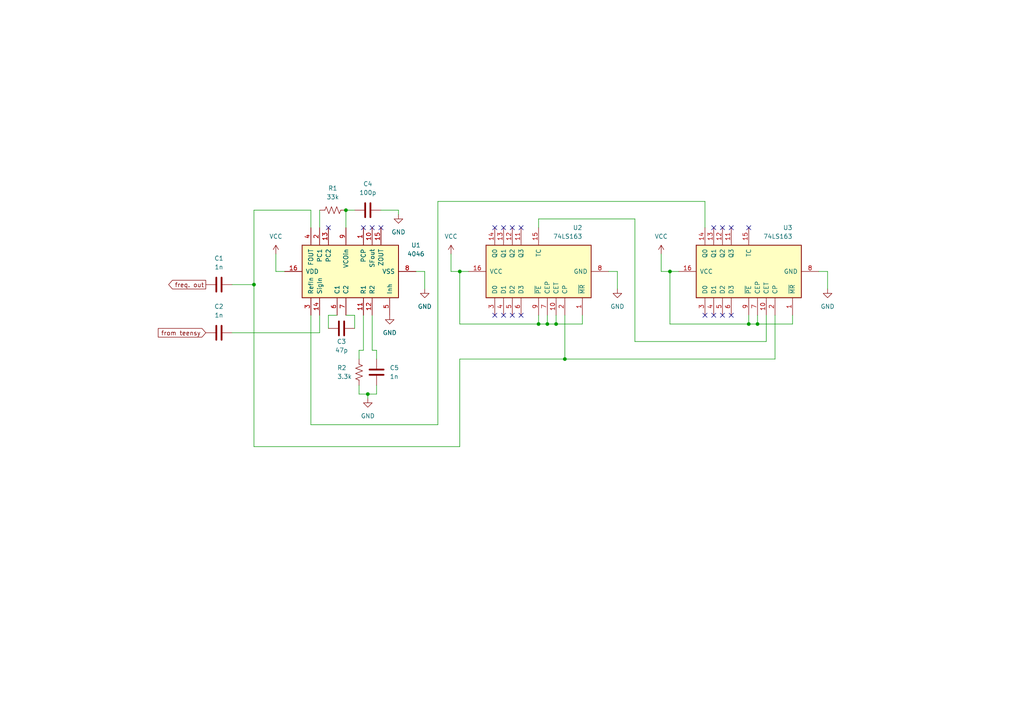
<source format=kicad_sch>
(kicad_sch (version 20211123) (generator eeschema)
  (paper "A4")
  (lib_symbols
    (symbol "4xxx:4046" (pin_names (offset 1.016))
      (property "Reference" "U" (at -7.62 13.97 0))
      (property "Value" "4046" (at -7.62 -16.51 0))
      (symbol "4046_1_0"
        (pin output line (at 12.7 -5.08 180) (length 5.08) (name "PCP") (number "1"))
        (pin output line (at 12.7 -7.62 180) (length 5.08) (name "SFout") (number "10"))
        (pin input line (at -12.7 -5.08 0) (length 5.08) (name "R1") (number "11"))
        (pin input line (at -12.7 -7.62 0) (length 5.08) (name "R2") (number "12"))
        (pin tri_state line (at 12.7 5.08 180) (length 5.08) (name "PC2") (number "13"))
        (pin input line (at -12.7 7.62 0) (length 5.08) (name "SigIn") (number "14"))
        (pin output line (at 12.7 -10.16 180) (length 5.08) (name "ZOUT") (number "15"))
        (pin power_in line (at 0 17.78 270) (length 5.08) (name "VDD") (number "16"))
        (pin output line (at 12.7 7.62 180) (length 5.08) (name "PC1") (number "2"))
        (pin input line (at -12.7 10.16 0) (length 5.08) (name "RefIn") (number "3"))
        (pin input line (at 12.7 10.16 180) (length 5.08) (name "FOUT") (number "4"))
        (pin input line (at -12.7 -12.7 0) (length 5.08) (name "Inh") (number "5"))
        (pin input line (at -12.7 2.54 0) (length 5.08) (name "C1") (number "6"))
        (pin input line (at -12.7 0 0) (length 5.08) (name "C2") (number "7"))
        (pin power_in line (at 0 -20.32 90) (length 5.08) (name "VSS") (number "8"))
        (pin input line (at 12.7 0 180) (length 5.08) (name "VCOin") (number "9"))
      )
      (symbol "4046_1_1"
        (rectangle (start -7.62 12.7) (end 7.62 -15.24) (stroke (width 0.254)) (fill (type background)))
      )
    )
    (symbol "74xx:74LS163" (pin_names (offset 1.016))
      (property "Reference" "U" (at -7.62 16.51 0))
      (property "Value" "74LS163" (at -7.62 -16.51 0))
      (symbol "74LS163_1_0"
        (pin input line (at -12.7 -12.7 0) (length 5.08) (name "~{MR}") (number "1"))
        (pin input line (at -12.7 -5.08 0) (length 5.08) (name "CET") (number "10"))
        (pin output line (at 12.7 5.08 180) (length 5.08) (name "Q3") (number "11"))
        (pin output line (at 12.7 7.62 180) (length 5.08) (name "Q2") (number "12"))
        (pin output line (at 12.7 10.16 180) (length 5.08) (name "Q1") (number "13"))
        (pin output line (at 12.7 12.7 180) (length 5.08) (name "Q0") (number "14"))
        (pin output line (at 12.7 0 180) (length 5.08) (name "TC") (number "15"))
        (pin power_in line (at 0 20.32 270) (length 5.08) (name "VCC") (number "16"))
        (pin input line (at -12.7 -7.62 0) (length 5.08) (name "CP") (number "2"))
        (pin input line (at -12.7 12.7 0) (length 5.08) (name "D0") (number "3"))
        (pin input line (at -12.7 10.16 0) (length 5.08) (name "D1") (number "4"))
        (pin input line (at -12.7 7.62 0) (length 5.08) (name "D2") (number "5"))
        (pin input line (at -12.7 5.08 0) (length 5.08) (name "D3") (number "6"))
        (pin input line (at -12.7 -2.54 0) (length 5.08) (name "CEP") (number "7"))
        (pin power_in line (at 0 -20.32 90) (length 5.08) (name "GND") (number "8"))
        (pin input line (at -12.7 0 0) (length 5.08) (name "~{PE}") (number "9"))
      )
      (symbol "74LS163_1_1"
        (rectangle (start -7.62 15.24) (end 7.62 -15.24) (stroke (width 0.254)) (fill (type background)))
      )
    )
    (symbol "Device:C" (pin_numbers hide) (pin_names (offset 0.254))
      (property "Reference" "C" (at 0.635 2.54 0))
      (property "Value" "C" (at 0.635 -2.54 0))
      (symbol "C_0_1"
        (polyline (pts (xy -2.032 -0.762) (xy 2.032 -0.762)) (stroke (width 0.508)))
        (polyline (pts (xy -2.032 0.762) (xy 2.032 0.762)) (stroke (width 0.508)))
      )
      (symbol "C_1_1"
        (pin passive line (at 0 3.81 270) (length 2.794) (name "~") (number "1"))
        (pin passive line (at 0 -3.81 90) (length 2.794) (name "~") (number "2"))
      )
    )
    (symbol "Device:R_US" (pin_numbers hide) (pin_names (offset 0))
      (property "Reference" "R" (at 2.54 0 90))
      (property "Value" "R_US" (at -2.54 0 90))
      (symbol "R_US_0_1"
        (polyline (pts (xy 0 -2.286) (xy 0 -2.54)))
        (polyline (pts (xy 0 2.286) (xy 0 2.54)))
        (polyline (pts (xy 0 -0.762) (xy 1.016 -1.143) (xy 0 -1.524) (xy -1.016 -1.905) (xy 0 -2.286)))
        (polyline (pts (xy 0 0.762) (xy 1.016 0.381) (xy 0 0) (xy -1.016 -0.381) (xy 0 -0.762)))
        (polyline (pts (xy 0 2.286) (xy 1.016 1.905) (xy 0 1.524) (xy -1.016 1.143) (xy 0 0.762)))
      )
      (symbol "R_US_1_1"
        (pin passive line (at 0 3.81 270) (length 1.27) (name "~") (number "1"))
        (pin passive line (at 0 -3.81 90) (length 1.27) (name "~") (number "2"))
      )
    )
    (symbol "power:GND" (power) (pin_names (offset 0))
      (property "Value" "GND" (at 0 -3.81 0))
      (symbol "GND_0_1"
        (polyline (pts (xy 0 0) (xy 0 -1.27) (xy 1.27 -1.27) (xy 0 -2.54) (xy -1.27 -1.27) (xy 0 -1.27)))
      )
      (symbol "GND_1_1"
        (pin power_in line (at 0 0 270) (length 0) hide (name "GND") (number "1"))
      )
    )
    (symbol "power:VCC" (power) (pin_names (offset 0))
      (property "Value" "VCC" (at 0 3.81 0))
      (symbol "VCC_0_1"
        (polyline (pts (xy -0.762 1.27) (xy 0 2.54)))
        (polyline (pts (xy 0 0) (xy 0 2.54)))
        (polyline (pts (xy 0 2.54) (xy 0.762 1.27)))
      )
      (symbol "VCC_1_1"
        (pin power_in line (at 0 0 90) (length 0) hide (name "VCC") (number "1"))
      )
    )
  )
  (junction (at 161.29 93.98))
  (junction (at 100.33 60.96))
  (junction (at 158.75 93.98))
  (junction (at 219.71 93.98))
  (junction (at 73.66 82.55))
  (junction (at 106.68 114.3))
  (junction (at 156.21 93.98))
  (junction (at 217.17 93.98))
  (junction (at 163.83 104.14))
  (junction (at 133.35 78.74))
  (junction (at 194.31 78.74))
  (no_connect (at 204.47 91.44))
  (no_connect (at 148.59 66.04))
  (no_connect (at 209.55 91.44))
  (no_connect (at 146.05 66.04))
  (no_connect (at 212.09 91.44))
  (no_connect (at 217.17 66.04))
  (no_connect (at 207.01 66.04))
  (no_connect (at 212.09 66.04))
  (no_connect (at 143.51 91.44))
  (no_connect (at 148.59 91.44))
  (no_connect (at 146.05 91.44))
  (no_connect (at 151.13 66.04))
  (no_connect (at 95.25 66.04))
  (no_connect (at 151.13 91.44))
  (no_connect (at 143.51 66.04))
  (no_connect (at 110.49 66.04))
  (no_connect (at 105.41 66.04))
  (no_connect (at 107.95 66.04))
  (no_connect (at 209.55 66.04))
  (no_connect (at 207.01 91.44))
  (wire (pts (xy 92.71 60.96) (xy 92.71 66.04)))
  (wire (pts (xy 123.19 78.74) (xy 123.19 83.82)))
  (wire (pts (xy 80.01 78.74) (xy 82.55 78.74)))
  (wire (pts (xy 105.41 101.6) (xy 104.14 101.6)))
  (wire (pts (xy 168.91 91.44) (xy 168.91 93.98)))
  (wire (pts (xy 100.33 91.44) (xy 102.87 91.44)))
  (wire (pts (xy 130.81 78.74) (xy 133.35 78.74)))
  (wire (pts (xy 158.75 93.98) (xy 156.21 93.98)))
  (wire (pts (xy 80.01 73.66) (xy 80.01 78.74)))
  (wire (pts (xy 104.14 114.3) (xy 106.68 114.3)))
  (wire (pts (xy 163.83 91.44) (xy 163.83 104.14)))
  (wire (pts (xy 133.35 104.14) (xy 133.35 129.54)))
  (wire (pts (xy 184.15 63.5) (xy 184.15 99.06)))
  (wire (pts (xy 224.79 104.14) (xy 224.79 91.44)))
  (wire (pts (xy 90.17 60.96) (xy 90.17 66.04)))
  (wire (pts (xy 229.87 93.98) (xy 219.71 93.98)))
  (wire (pts (xy 217.17 93.98) (xy 217.17 91.44)))
  (wire (pts (xy 163.83 104.14) (xy 224.79 104.14)))
  (wire (pts (xy 240.03 78.74) (xy 240.03 83.82)))
  (wire (pts (xy 219.71 93.98) (xy 217.17 93.98)))
  (wire (pts (xy 110.49 60.96) (xy 115.57 60.96)))
  (wire (pts (xy 127 58.42) (xy 127 123.19)))
  (wire (pts (xy 194.31 78.74) (xy 196.85 78.74)))
  (wire (pts (xy 102.87 60.96) (xy 100.33 60.96)))
  (wire (pts (xy 92.71 91.44) (xy 92.71 96.52)))
  (wire (pts (xy 95.25 95.25) (xy 95.25 91.44)))
  (wire (pts (xy 161.29 93.98) (xy 161.29 91.44)))
  (wire (pts (xy 217.17 93.98) (xy 194.31 93.98)))
  (wire (pts (xy 219.71 91.44) (xy 219.71 93.98)))
  (wire (pts (xy 204.47 66.04) (xy 204.47 58.42)))
  (wire (pts (xy 106.68 115.57) (xy 106.68 114.3)))
  (wire (pts (xy 109.22 101.6) (xy 109.22 104.14)))
  (wire (pts (xy 109.22 114.3) (xy 106.68 114.3)))
  (wire (pts (xy 191.77 78.74) (xy 194.31 78.74)))
  (wire (pts (xy 229.87 91.44) (xy 229.87 93.98)))
  (wire (pts (xy 179.07 78.74) (xy 176.53 78.74)))
  (wire (pts (xy 127 123.19) (xy 90.17 123.19)))
  (wire (pts (xy 156.21 93.98) (xy 156.21 91.44)))
  (wire (pts (xy 73.66 82.55) (xy 73.66 129.54)))
  (wire (pts (xy 100.33 60.96) (xy 100.33 66.04)))
  (wire (pts (xy 191.77 73.66) (xy 191.77 78.74)))
  (wire (pts (xy 133.35 129.54) (xy 73.66 129.54)))
  (wire (pts (xy 107.95 91.44) (xy 107.95 101.6)))
  (wire (pts (xy 133.35 93.98) (xy 133.35 78.74)))
  (wire (pts (xy 104.14 101.6) (xy 104.14 104.14)))
  (wire (pts (xy 133.35 78.74) (xy 135.89 78.74)))
  (wire (pts (xy 67.31 82.55) (xy 73.66 82.55)))
  (wire (pts (xy 102.87 91.44) (xy 102.87 95.25)))
  (wire (pts (xy 204.47 58.42) (xy 127 58.42)))
  (wire (pts (xy 105.41 91.44) (xy 105.41 101.6)))
  (wire (pts (xy 73.66 60.96) (xy 73.66 82.55)))
  (wire (pts (xy 104.14 111.76) (xy 104.14 114.3)))
  (wire (pts (xy 109.22 111.76) (xy 109.22 114.3)))
  (wire (pts (xy 123.19 78.74) (xy 120.65 78.74)))
  (wire (pts (xy 73.66 60.96) (xy 90.17 60.96)))
  (wire (pts (xy 130.81 73.66) (xy 130.81 78.74)))
  (wire (pts (xy 179.07 78.74) (xy 179.07 83.82)))
  (wire (pts (xy 222.25 99.06) (xy 222.25 91.44)))
  (wire (pts (xy 240.03 78.74) (xy 237.49 78.74)))
  (wire (pts (xy 90.17 123.19) (xy 90.17 91.44)))
  (wire (pts (xy 158.75 91.44) (xy 158.75 93.98)))
  (wire (pts (xy 158.75 93.98) (xy 161.29 93.98)))
  (wire (pts (xy 184.15 99.06) (xy 222.25 99.06)))
  (wire (pts (xy 156.21 63.5) (xy 184.15 63.5)))
  (wire (pts (xy 156.21 63.5) (xy 156.21 66.04)))
  (wire (pts (xy 168.91 93.98) (xy 161.29 93.98)))
  (wire (pts (xy 92.71 96.52) (xy 67.31 96.52)))
  (wire (pts (xy 163.83 104.14) (xy 133.35 104.14)))
  (wire (pts (xy 115.57 60.96) (xy 115.57 62.23)))
  (wire (pts (xy 156.21 93.98) (xy 133.35 93.98)))
  (wire (pts (xy 194.31 93.98) (xy 194.31 78.74)))
  (wire (pts (xy 107.95 101.6) (xy 109.22 101.6)))
  (wire (pts (xy 95.25 91.44) (xy 97.79 91.44)))
  (global_label "freq. out" (shape output) (at 59.69 82.55 180) (property "Intersheet References" "${INTERSHEET_REFS}" (effects hide)))
  (global_label "from teensy" (shape input) (at 59.69 96.52 180) (property "Intersheet References" "${INTERSHEET_REFS}" (effects hide)))
  (symbol (lib_id "74xx:74LS163") (at 156.21 78.74 90) (unit 1)
    (property "Reference" "U2" (at 168.91 66.04 90) (effects (justify left)))
    (property "Value" "74LS163" (at 168.91 68.58 90) (effects (justify left)))
    (property "Datasheet" "http://www.ti.com/lit/gpn/sn74LS163" (effects hide))
  )
  (symbol (lib_id "Device:C") (at 109.22 107.95 0) (unit 1)
    (property "Reference" "C5" (at 113.03 106.6799 0) (effects (justify left)))
    (property "Value" "1n" (at 113.03 109.2199 0) (effects (justify left)))
  )
  (symbol (lib_id "power:GND") (at 113.03 91.44 0) (unit 1)
    (property "Reference" "#PWR03" (effects hide))
    (property "Value" "GND" (at 113.03 96.52 0))
  )
  (symbol (lib_id "power:GND") (at 240.03 83.82 0) (unit 1)
    (property "Reference" "#PWR09" (effects hide))
    (property "Value" "GND" (at 240.03 88.9 0))
  )
  (symbol (lib_id "power:VCC") (at 80.01 73.66 0) (unit 1)
    (property "Reference" "#PWR01" (effects hide))
    (property "Value" "VCC" (at 80.01 68.58 0))
  )
  (symbol (lib_id "Device:C") (at 63.5 96.52 90) (unit 1)
    (property "Reference" "C2" (at 63.5 88.9 90))
    (property "Value" "1n" (at 63.5 91.44 90))
  )
  (symbol (lib_id "power:VCC") (at 191.77 73.66 0) (unit 1)
    (property "Reference" "#PWR08" (effects hide))
    (property "Value" "VCC" (at 191.77 68.58 0))
  )
  (symbol (lib_id "power:GND") (at 106.68 115.57 0) (unit 1)
    (property "Reference" "#PWR02" (effects hide))
    (property "Value" "GND" (at 106.68 120.65 0))
  )
  (symbol (lib_id "power:GND") (at 179.07 83.82 0) (unit 1)
    (property "Reference" "#PWR07" (effects hide))
    (property "Value" "GND" (at 179.07 88.9 0))
  )
  (symbol (lib_id "power:GND") (at 123.19 83.82 0) (unit 1)
    (property "Reference" "#PWR05" (effects hide))
    (property "Value" "GND" (at 123.19 88.9 0))
  )
  (symbol (lib_id "Device:R_US") (at 104.14 107.95 0) (unit 1)
    (property "Reference" "R2" (at 97.79 106.68 0) (effects (justify left)))
    (property "Value" "3.3k" (at 97.79 109.22 0) (effects (justify left)))
  )
  (symbol (lib_id "power:GND") (at 115.57 62.23 0) (unit 1)
    (property "Reference" "#PWR04" (effects hide))
    (property "Value" "GND" (at 115.57 67.31 0))
  )
  (symbol (lib_id "Device:C") (at 99.06 95.25 90) (unit 1)
    (property "Reference" "C3" (at 99.06 99.06 90))
    (property "Value" "47p" (at 99.06 101.6 90))
  )
  (symbol (lib_id "4xxx:4046") (at 100.33 78.74 90) (unit 1)
    (property "Reference" "U1" (at 120.65 71.12 90))
    (property "Value" "4046" (at 120.65 73.66 90))
    (property "Datasheet" "https://assets.nexperia.com/documents/data-sheet/HEF4046B.pdf" (effects hide))
  )
  (symbol (lib_id "Device:R_US") (at 96.52 60.96 90) (unit 1)
    (property "Reference" "R1" (at 96.52 54.61 90))
    (property "Value" "33k" (at 96.52 57.15 90))
  )
  (symbol (lib_id "Device:C") (at 106.68 60.96 90) (unit 1)
    (property "Reference" "C4" (at 106.68 53.34 90))
    (property "Value" "100p" (at 106.68 55.88 90))
  )
  (symbol (lib_id "power:VCC") (at 130.81 73.66 0) (unit 1)
    (property "Reference" "#PWR06" (effects hide))
    (property "Value" "VCC" (at 130.81 68.58 0))
  )
  (symbol (lib_id "Device:C") (at 63.5 82.55 90) (unit 1)
    (property "Reference" "C1" (at 63.5 74.93 90))
    (property "Value" "1n" (at 63.5 77.47 90))
  )
  (symbol (lib_id "74xx:74LS163") (at 217.17 78.74 90) (unit 1)
    (property "Reference" "U3" (at 229.87 66.04 90) (effects (justify left)))
    (property "Value" "74LS163" (at 229.87 68.58 90) (effects (justify left)))
    (property "Datasheet" "http://www.ti.com/lit/gpn/sn74LS163" (effects hide))
  )
)
</source>
